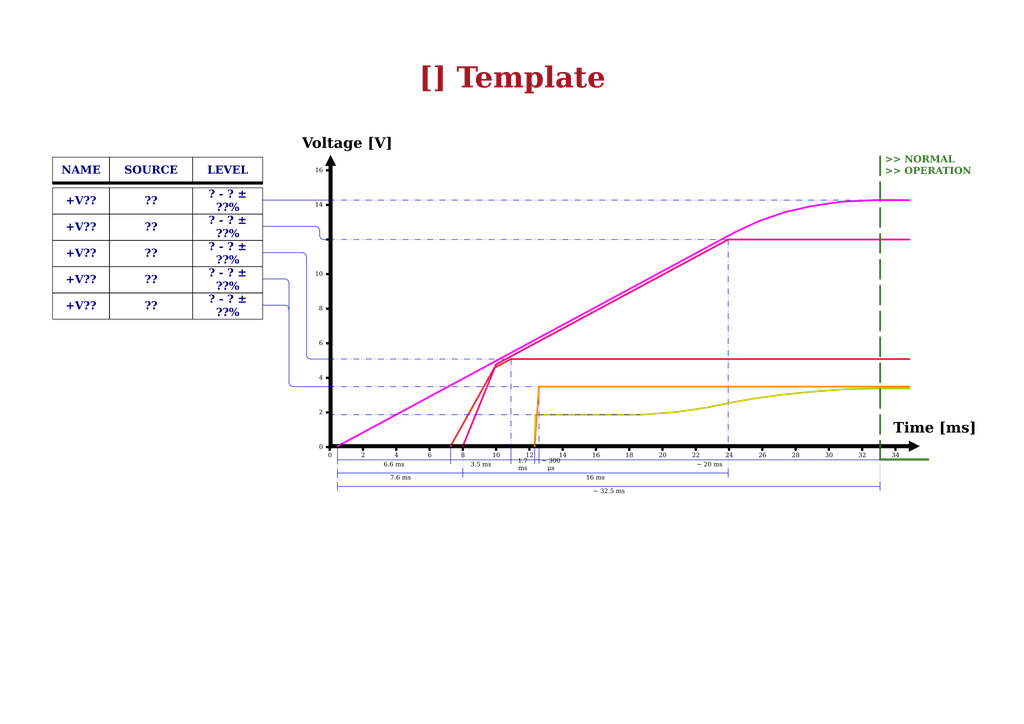
<source format=kicad_sch>
(kicad_sch
	(version 20250114)
	(generator "eeschema")
	(generator_version "9.0")
	(uuid "26e99a33-043b-499d-a26e-816ff79b487a")
	(paper "A4")
	(title_block
		(title "Template")
		(date "2025-12-19")
		(rev "1")
		(company "${COMPANY}")
	)
	(lib_symbols)
	(rectangle
		(start 94.615 119.38)
		(end 96.139 119.888)
		(stroke
			(width 0)
			(type default)
			(color 0 0 0 1)
		)
		(fill
			(type color)
			(color 0 0 0 1)
		)
		(uuid 01c9fd1d-d2cd-474e-a2f2-7336d2eb5438)
	)
	(rectangle
		(start 114.681 129.159)
		(end 115.189 130.683)
		(stroke
			(width 0)
			(type default)
			(color 0 0 0 1)
		)
		(fill
			(type color)
			(color 0 0 0 1)
		)
		(uuid 085660ca-3a67-46bf-85b0-bb74abf891e3)
	)
	(rectangle
		(start 191.897 129.159)
		(end 192.405 130.683)
		(stroke
			(width 0)
			(type default)
			(color 0 0 0 1)
		)
		(fill
			(type color)
			(color 0 0 0 1)
		)
		(uuid 09774e91-f9d0-4db9-9e0f-815490f4898d)
	)
	(arc
		(start 82.55 80.897)
		(mid 83.4487 81.2689)
		(end 83.82 82.167)
		(stroke
			(width 0)
			(type default)
		)
		(fill
			(type none)
		)
		(uuid 0c0f9f41-f41f-4d24-90e5-831fa1470dea)
	)
	(rectangle
		(start 249.809 129.159)
		(end 250.317 130.683)
		(stroke
			(width 0)
			(type default)
			(color 0 0 0 1)
		)
		(fill
			(type color)
			(color 0 0 0 1)
		)
		(uuid 1c1e908e-05f8-44d9-8561-32d60503f5fa)
	)
	(rectangle
		(start 220.853 129.159)
		(end 221.361 130.683)
		(stroke
			(width 0)
			(type default)
			(color 0 0 0 1)
		)
		(fill
			(type color)
			(color 0 0 0 1)
		)
		(uuid 205e879f-c514-4b78-8bf1-d45ed4980894)
	)
	(rectangle
		(start 94.615 79.248)
		(end 96.139 79.756)
		(stroke
			(width 0)
			(type default)
			(color 0 0 0 1)
		)
		(fill
			(type color)
			(color 0 0 0 1)
		)
		(uuid 23111c0a-8311-4e0b-b6b5-bb05b9cd3eab)
	)
	(rectangle
		(start 201.549 129.159)
		(end 202.057 130.683)
		(stroke
			(width 0)
			(type default)
			(color 0 0 0 1)
		)
		(fill
			(type color)
			(color 0 0 0 1)
		)
		(uuid 3b7d974c-37a0-442f-9733-47c591f05f53)
	)
	(arc
		(start 91.44 65.659)
		(mid 92.338 66.031)
		(end 92.71 66.929)
		(stroke
			(width 0)
			(type default)
		)
		(fill
			(type none)
		)
		(uuid 3c5d6acd-d97b-4c05-80b5-9742f3e3b5f0)
	)
	(rectangle
		(start 95.377 129.159)
		(end 95.885 130.683)
		(stroke
			(width 0)
			(type default)
			(color 0 0 0 1)
		)
		(fill
			(type color)
			(color 0 0 0 1)
		)
		(uuid 3dd077b4-ca8f-47c2-bee1-2e3802083be7)
	)
	(rectangle
		(start 133.985 129.159)
		(end 134.493 130.683)
		(stroke
			(width 0)
			(type default)
			(color 0 0 0 1)
		)
		(fill
			(type color)
			(color 0 0 0 1)
		)
		(uuid 3e62ef00-0c8e-41fa-b2f3-08de867fa54f)
	)
	(rectangle
		(start 94.615 69.215)
		(end 96.139 69.723)
		(stroke
			(width 0)
			(type default)
			(color 0 0 0 1)
		)
		(fill
			(type color)
			(color 0 0 0 1)
		)
		(uuid 421293c6-3cf3-494b-b1c5-7fc458134e79)
	)
	(rectangle
		(start 15.24 52.705)
		(end 76.2 53.467)
		(stroke
			(width 0)
			(type default)
			(color 0 0 0 1)
		)
		(fill
			(type color)
			(color 0 0 0 1)
		)
		(uuid 42271fe1-5842-414e-a310-4925dcee0008)
	)
	(rectangle
		(start 94.615 89.281)
		(end 96.139 89.789)
		(stroke
			(width 0)
			(type default)
			(color 0 0 0 1)
		)
		(fill
			(type color)
			(color 0 0 0 1)
		)
		(uuid 469c46ff-b6e8-4790-b52f-1ed9a2bdd1f8)
	)
	(rectangle
		(start 162.941 129.159)
		(end 163.449 130.683)
		(stroke
			(width 0)
			(type default)
			(color 0 0 0 1)
		)
		(fill
			(type color)
			(color 0 0 0 1)
		)
		(uuid 56c4474d-0301-4408-974f-0518f1baa953)
	)
	(rectangle
		(start 143.637 129.159)
		(end 144.145 130.683)
		(stroke
			(width 0)
			(type default)
			(color 0 0 0 1)
		)
		(fill
			(type color)
			(color 0 0 0 1)
		)
		(uuid 5eee5b1a-6c26-4234-8466-170b3f779aa3)
	)
	(rectangle
		(start 95.377 128.905)
		(end 263.779 129.921)
		(stroke
			(width 0)
			(type default)
			(color 0 0 0 1)
		)
		(fill
			(type color)
			(color 0 0 0 1)
		)
		(uuid 6d8a1105-6737-4a0b-9f5f-040b945eed17)
	)
	(arc
		(start 90.17 104.141)
		(mid 89.2716 103.7691)
		(end 88.9 102.871)
		(stroke
			(width 0)
			(type default)
		)
		(fill
			(type none)
		)
		(uuid 7b2230f0-ce99-43e9-84a4-a791101d7b85)
	)
	(rectangle
		(start 94.615 99.314)
		(end 96.139 99.822)
		(stroke
			(width 0)
			(type default)
			(color 0 0 0 1)
		)
		(fill
			(type color)
			(color 0 0 0 1)
		)
		(uuid 7f8be5cb-90a9-46c5-97db-3d1d78b2f341)
	)
	(rectangle
		(start 94.615 109.347)
		(end 96.139 109.855)
		(stroke
			(width 0)
			(type default)
			(color 0 0 0 1)
		)
		(fill
			(type color)
			(color 0 0 0 1)
		)
		(uuid 7fdcc2de-fa58-4066-9ff8-f7d6046e1167)
	)
	(rectangle
		(start 259.461 129.159)
		(end 259.969 130.683)
		(stroke
			(width 0)
			(type default)
			(color 0 0 0 1)
		)
		(fill
			(type color)
			(color 0 0 0 1)
		)
		(uuid 842b39c1-4ee6-4238-8b46-e785731d06f1)
	)
	(rectangle
		(start 105.029 129.159)
		(end 105.537 130.683)
		(stroke
			(width 0)
			(type default)
			(color 0 0 0 1)
		)
		(fill
			(type color)
			(color 0 0 0 1)
		)
		(uuid 960a89ab-5167-4e3c-95c8-b3e891644096)
	)
	(rectangle
		(start 240.157 129.159)
		(end 240.665 130.683)
		(stroke
			(width 0)
			(type default)
			(color 0 0 0 1)
		)
		(fill
			(type color)
			(color 0 0 0 1)
		)
		(uuid 96e56ef9-debd-4418-8330-7dca10cdbbe7)
	)
	(rectangle
		(start 95.377 47.371)
		(end 96.393 129.921)
		(stroke
			(width 0)
			(type default)
			(color 0 0 0 1)
		)
		(fill
			(type color)
			(color 0 0 0 1)
		)
		(uuid 996b6b38-3a4b-457c-8281-2dd4304c7e91)
	)
	(arc
		(start 82.55 88.516)
		(mid 83.4491 88.8878)
		(end 83.82 89.786)
		(stroke
			(width 0)
			(type default)
		)
		(fill
			(type none)
		)
		(uuid 9ad9af7d-f870-4f4d-b863-a3cb88d12708)
	)
	(rectangle
		(start 211.201 129.159)
		(end 211.709 130.683)
		(stroke
			(width 0)
			(type default)
			(color 0 0 0 1)
		)
		(fill
			(type color)
			(color 0 0 0 1)
		)
		(uuid 9bd636ad-96b2-4037-90f6-ad48772c0413)
	)
	(rectangle
		(start 230.505 129.159)
		(end 231.013 130.683)
		(stroke
			(width 0)
			(type default)
			(color 0 0 0 1)
		)
		(fill
			(type color)
			(color 0 0 0 1)
		)
		(uuid ab3483ad-9beb-416f-a41c-b3b1b7dc1850)
	)
	(rectangle
		(start 94.615 49.149)
		(end 96.139 49.657)
		(stroke
			(width 0)
			(type default)
			(color 0 0 0 1)
		)
		(fill
			(type color)
			(color 0 0 0 1)
		)
		(uuid b0c9fcec-fe45-4575-885f-193ce09a72d8)
	)
	(rectangle
		(start 172.593 129.159)
		(end 173.101 130.683)
		(stroke
			(width 0)
			(type default)
			(color 0 0 0 1)
		)
		(fill
			(type color)
			(color 0 0 0 1)
		)
		(uuid bacf2a60-ebce-4900-a491-53d1d841d529)
	)
	(rectangle
		(start 124.333 129.159)
		(end 124.841 130.683)
		(stroke
			(width 0)
			(type default)
			(color 0 0 0 1)
		)
		(fill
			(type color)
			(color 0 0 0 1)
		)
		(uuid c0e4d47a-808d-44d6-ac4a-0f050619e78d)
	)
	(arc
		(start 93.98 69.47)
		(mid 93.0816 69.0981)
		(end 92.71 68.2)
		(stroke
			(width 0)
			(type default)
		)
		(fill
			(type none)
		)
		(uuid c23b0f3d-e1fb-4eb1-9484-38fb02d60c76)
	)
	(rectangle
		(start 255.27 133.0198)
		(end 269.367 133.5278)
		(stroke
			(width 0)
			(type default)
			(color 53 123 38 1)
		)
		(fill
			(type color)
			(color 53 123 38 1)
		)
		(uuid cd333f61-3a84-425e-9405-6c9441d11e74)
	)
	(arc
		(start 87.63 73.278)
		(mid 88.5284 73.6499)
		(end 88.9 74.548)
		(stroke
			(width 0)
			(type default)
		)
		(fill
			(type none)
		)
		(uuid d7c738e5-3058-4b9a-a958-4d502446d8e3)
	)
	(rectangle
		(start 94.615 59.182)
		(end 96.139 59.69)
		(stroke
			(width 0)
			(type default)
			(color 0 0 0 1)
		)
		(fill
			(type color)
			(color 0 0 0 1)
		)
		(uuid d880b30a-ae22-4b99-94cc-3cc9c533e8e9)
	)
	(rectangle
		(start 182.245 129.159)
		(end 182.753 130.683)
		(stroke
			(width 0)
			(type default)
			(color 0 0 0 1)
		)
		(fill
			(type color)
			(color 0 0 0 1)
		)
		(uuid f32b3655-beae-4c32-8ac8-4acf2e080e86)
	)
	(rectangle
		(start 153.289 129.159)
		(end 153.797 130.683)
		(stroke
			(width 0)
			(type default)
			(color 0 0 0 1)
		)
		(fill
			(type color)
			(color 0 0 0 1)
		)
		(uuid f8dd6608-6fed-4399-a2fa-9a4460646543)
	)
	(arc
		(start 85.09 112.144)
		(mid 84.1909 111.7722)
		(end 83.82 110.874)
		(stroke
			(width 0)
			(type default)
		)
		(fill
			(type none)
		)
		(uuid fa9c855a-c6c8-4a57-823f-c3bb6c2a3ab3)
	)
	(rectangle
		(start 94.615 129.413)
		(end 96.139 129.921)
		(stroke
			(width 0)
			(type default)
			(color 0 0 0 1)
		)
		(fill
			(type color)
			(color 0 0 0 1)
		)
		(uuid fbce5f74-e6dc-4caf-95b1-d2e389cbff45)
	)
	(text "Voltage [V]"
		(exclude_from_sim no)
		(at 87.6046 44.4246 0)
		(effects
			(font
				(face "Times New Roman")
				(size 3 3)
				(thickness 0.4)
				(bold yes)
				(color 0 0 0 1)
			)
			(justify left bottom)
		)
		(uuid "175b8f18-81ff-4b8b-bacc-429ebcefd377")
	)
	(text ">> NORMAL \n>> OPERATION"
		(exclude_from_sim no)
		(at 256.667 51.562 0)
		(effects
			(font
				(face "Times New Roman")
				(size 2 2)
				(thickness 0.4)
				(bold yes)
				(color 53 123 38 1)
			)
			(justify left bottom)
		)
		(uuid "b29326be-65a3-4fc5-9d14-850aa59ca2a1")
	)
	(text "Time [ms]"
		(exclude_from_sim no)
		(at 259.08 127 0)
		(effects
			(font
				(face "Times New Roman")
				(size 3 3)
				(thickness 0.4)
				(bold yes)
				(color 0 0 0 1)
			)
			(justify left bottom)
		)
		(uuid "be8ac8d4-7137-494d-bff2-23ac58b6a9ef")
	)
	(text_box "3.5 ms"
		(exclude_from_sim no)
		(at 130.6576 133.4516 0)
		(size 17.653 2.54)
		(margins 0.9524 0.9524 0.9524 0.9524)
		(stroke
			(width -0.0001)
			(type default)
		)
		(fill
			(type none)
		)
		(effects
			(font
				(face "Times New Roman")
				(size 1.27 1.27)
				(color 0 0 0 1)
			)
		)
		(uuid "057279ac-9604-4990-8e26-7bec51ceaf06")
	)
	(text_box "18"
		(exclude_from_sim no)
		(at 180.8226 130.7846 0)
		(size 3.429 2.54)
		(margins 0.9524 0.9524 0.9524 0.9524)
		(stroke
			(width -0.0001)
			(type default)
		)
		(fill
			(type none)
		)
		(effects
			(font
				(face "Times New Roman")
				(size 1.27 1.27)
				(color 0 0 0 1)
			)
		)
		(uuid "08241509-e60b-45e1-b1ab-84f794ba668b")
	)
	(text_box "24"
		(exclude_from_sim no)
		(at 209.7786 130.7846 0)
		(size 3.429 2.54)
		(margins 0.9524 0.9524 0.9524 0.9524)
		(stroke
			(width -0.0001)
			(type default)
		)
		(fill
			(type none)
		)
		(effects
			(font
				(face "Times New Roman")
				(size 1.27 1.27)
				(color 0 0 0 1)
			)
		)
		(uuid "09ad8a29-0526-43a2-bbd5-b6f200d8097b")
	)
	(text_box "8"
		(exclude_from_sim no)
		(at 132.5626 130.7846 0)
		(size 3.429 2.54)
		(margins 0.9524 0.9524 0.9524 0.9524)
		(stroke
			(width -0.0001)
			(type default)
		)
		(fill
			(type none)
		)
		(effects
			(font
				(face "Times New Roman")
				(size 1.27 1.27)
				(color 0 0 0 1)
			)
		)
		(uuid "0de4d20a-cc42-420d-81c0-b6c33e089acb")
	)
	(text_box "7.6 ms"
		(exclude_from_sim no)
		(at 98.0186 137.2616 0)
		(size 36.322 2.54)
		(margins 0.9524 0.9524 0.9524 0.9524)
		(stroke
			(width -0.0001)
			(type default)
		)
		(fill
			(type none)
		)
		(effects
			(font
				(face "Times New Roman")
				(size 1.27 1.27)
				(color 0 0 0 1)
			)
		)
		(uuid "1013f434-6a63-4228-8d39-5e75ca888b6f")
	)
	(text_box "? - ? ± ??%"
		(exclude_from_sim no)
		(at 55.88 84.963 0)
		(size 20.32 7.62)
		(margins 1.7145 1.7145 1.7145 1.7145)
		(stroke
			(width 0)
			(type default)
			(color 0 0 0 1)
		)
		(fill
			(type none)
		)
		(effects
			(font
				(face "Times New Roman")
				(size 2.286 2.286)
				(bold yes)
				(color 0 0 127 1)
			)
		)
		(uuid "168bea25-5ecd-4637-ad4e-9c2d6a44d991")
	)
	(text_box "16"
		(exclude_from_sim no)
		(at 87.757 48.133 0)
		(size 6.858 2.54)
		(margins 0.9524 0.9524 0.9524 0.9524)
		(stroke
			(width -0.0001)
			(type default)
		)
		(fill
			(type none)
		)
		(effects
			(font
				(face "Times New Roman")
				(size 1.27 1.27)
				(color 0 0 0 1)
			)
			(justify right)
		)
		(uuid "1acc95ba-1aa1-4082-b81d-95c58a7a5af8")
	)
	(text_box "28"
		(exclude_from_sim no)
		(at 229.0826 130.7846 0)
		(size 3.429 2.54)
		(margins 0.9524 0.9524 0.9524 0.9524)
		(stroke
			(width -0.0001)
			(type default)
		)
		(fill
			(type none)
		)
		(effects
			(font
				(face "Times New Roman")
				(size 1.27 1.27)
				(color 0 0 0 1)
			)
		)
		(uuid "1b5838a0-a4ae-4fb3-ae92-0f87f906c2fd")
	)
	(text_box "~ 300 μs"
		(exclude_from_sim no)
		(at 154.9146 133.4516 0)
		(size 9.779 2.54)
		(margins 0.9524 0.9524 0.9524 0.9524)
		(stroke
			(width -0.0001)
			(type default)
		)
		(fill
			(type none)
		)
		(effects
			(font
				(face "Times New Roman")
				(size 1.27 1.27)
				(color 0 0 0 1)
			)
		)
		(uuid "20bbe4a3-b3be-4f55-b2bf-0186c6f41602")
	)
	(text_box "10"
		(exclude_from_sim no)
		(at 142.2146 130.7846 0)
		(size 3.429 2.54)
		(margins 0.9524 0.9524 0.9524 0.9524)
		(stroke
			(width -0.0001)
			(type default)
		)
		(fill
			(type none)
		)
		(effects
			(font
				(face "Times New Roman")
				(size 1.27 1.27)
				(color 0 0 0 1)
			)
		)
		(uuid "233b215e-473b-40c1-8a9f-d71a58a647c1")
	)
	(text_box "1.7 ms"
		(exclude_from_sim no)
		(at 148.1836 133.4516 0)
		(size 6.858 2.54)
		(margins 0.9524 0.9524 0.9524 0.9524)
		(stroke
			(width -0.0001)
			(type default)
		)
		(fill
			(type none)
		)
		(effects
			(font
				(face "Times New Roman")
				(size 1.27 1.27)
				(color 0 0 0 1)
			)
		)
		(uuid "26c95559-cfb5-4481-9360-985eb89e9388")
	)
	(text_box "16 ms"
		(exclude_from_sim no)
		(at 134.2136 137.2616 0)
		(size 76.962 2.54)
		(margins 0.9524 0.9524 0.9524 0.9524)
		(stroke
			(width -0.0001)
			(type default)
		)
		(fill
			(type none)
		)
		(effects
			(font
				(face "Times New Roman")
				(size 1.27 1.27)
				(color 0 0 0 1)
			)
		)
		(uuid "288b5377-4e86-405e-bd20-a9e364c04dba")
	)
	(text_box "+V??"
		(exclude_from_sim no)
		(at 15.24 62.103 0)
		(size 16.51 7.62)
		(margins 1.7145 1.7145 1.7145 1.7145)
		(stroke
			(width 0)
			(type default)
			(color 0 0 0 1)
		)
		(fill
			(type none)
		)
		(effects
			(font
				(face "Times New Roman")
				(size 2.286 2.286)
				(bold yes)
				(color 0 0 127 1)
			)
		)
		(uuid "2d5ddbed-d046-46bd-afde-e8972921e7be")
	)
	(text_box "20"
		(exclude_from_sim no)
		(at 190.4746 130.7846 0)
		(size 3.429 2.54)
		(margins 0.9524 0.9524 0.9524 0.9524)
		(stroke
			(width -0.0001)
			(type default)
		)
		(fill
			(type none)
		)
		(effects
			(font
				(face "Times New Roman")
				(size 1.27 1.27)
				(color 0 0 0 1)
			)
		)
		(uuid "2e2baf2b-607e-438c-8d19-d89e05695d71")
	)
	(text_box "4"
		(exclude_from_sim no)
		(at 87.7316 108.3056 0)
		(size 6.858 2.54)
		(margins 0.9524 0.9524 0.9524 0.9524)
		(stroke
			(width -0.0001)
			(type default)
		)
		(fill
			(type none)
		)
		(effects
			(font
				(face "Times New Roman")
				(size 1.27 1.27)
				(color 0 0 0 1)
			)
			(justify right)
		)
		(uuid "3010b19b-c99d-4b77-bf14-7f71b9f36a3e")
	)
	(text_box "??"
		(exclude_from_sim no)
		(at 31.75 84.963 0)
		(size 24.13 7.62)
		(margins 1.7145 1.7145 1.7145 1.7145)
		(stroke
			(width 0)
			(type default)
			(color 0 0 0 1)
		)
		(fill
			(type none)
		)
		(effects
			(font
				(face "Times New Roman")
				(size 2.286 2.286)
				(bold yes)
				(color 0 0 127 1)
			)
		)
		(uuid "34a00741-5aa3-425e-8d2f-36fe2780fcc3")
	)
	(text_box "??"
		(exclude_from_sim no)
		(at 31.75 62.103 0)
		(size 24.13 7.62)
		(margins 1.7145 1.7145 1.7145 1.7145)
		(stroke
			(width 0)
			(type default)
			(color 0 0 0 1)
		)
		(fill
			(type none)
		)
		(effects
			(font
				(face "Times New Roman")
				(size 2.286 2.286)
				(bold yes)
				(color 0 0 127 1)
			)
		)
		(uuid "362b01b6-9828-4b98-a400-4a3f9ece633a")
	)
	(text_box "32"
		(exclude_from_sim no)
		(at 248.3866 130.7846 0)
		(size 3.429 2.54)
		(margins 0.9524 0.9524 0.9524 0.9524)
		(stroke
			(width -0.0001)
			(type default)
		)
		(fill
			(type none)
		)
		(effects
			(font
				(face "Times New Roman")
				(size 1.27 1.27)
				(color 0 0 0 1)
			)
		)
		(uuid "3ab2035b-94f9-4133-b63d-2dbd7b4e6e49")
	)
	(text_box "LEVEL"
		(exclude_from_sim no)
		(at 55.88 45.593 0)
		(size 20.32 7.62)
		(margins 1.7145 1.7145 1.7145 1.7145)
		(stroke
			(width 0)
			(type default)
			(color 0 0 0 1)
		)
		(fill
			(type none)
		)
		(effects
			(font
				(face "Times New Roman")
				(size 2.286 2.286)
				(bold yes)
				(color 0 0 127 1)
			)
		)
		(uuid "3cd39124-5460-432f-a6e2-6e3d0cfdc884")
	)
	(text_box "NAME"
		(exclude_from_sim no)
		(at 15.24 45.593 0)
		(size 16.51 7.62)
		(margins 1.7145 1.7145 1.7145 1.7145)
		(stroke
			(width 0)
			(type default)
			(color 0 0 0 1)
		)
		(fill
			(type none)
		)
		(effects
			(font
				(face "Times New Roman")
				(size 2.286 2.286)
				(bold yes)
				(color 0 0 127 1)
			)
		)
		(uuid "45440644-b7a1-4eca-8e5e-a9c7c9e4e343")
	)
	(text_box "6"
		(exclude_from_sim no)
		(at 122.9106 130.7846 0)
		(size 3.429 2.54)
		(margins 0.9524 0.9524 0.9524 0.9524)
		(stroke
			(width -0.0001)
			(type default)
		)
		(fill
			(type none)
		)
		(effects
			(font
				(face "Times New Roman")
				(size 1.27 1.27)
				(color 0 0 0 1)
			)
		)
		(uuid "52a74200-5717-4af9-b5e4-1d404429f3c6")
	)
	(text_box "+V??"
		(exclude_from_sim no)
		(at 15.24 77.343 0)
		(size 16.51 7.62)
		(margins 1.7145 1.7145 1.7145 1.7145)
		(stroke
			(width 0)
			(type default)
			(color 0 0 0 1)
		)
		(fill
			(type none)
		)
		(effects
			(font
				(face "Times New Roman")
				(size 2.286 2.286)
				(bold yes)
				(color 0 0 127 1)
			)
		)
		(uuid "534d6816-56cd-46a1-b732-3f07b130a1e6")
	)
	(text_box "~ 20 ms"
		(exclude_from_sim no)
		(at 156.3116 133.4516 0)
		(size 98.933 2.54)
		(margins 0.9524 0.9524 0.9524 0.9524)
		(stroke
			(width -0.0001)
			(type default)
		)
		(fill
			(type none)
		)
		(effects
			(font
				(face "Times New Roman")
				(size 1.27 1.27)
				(color 0 0 0 1)
			)
		)
		(uuid "53d1cf93-77bb-4e07-8e05-b99e1e701b70")
	)
	(text_box "SOURCE"
		(exclude_from_sim no)
		(at 31.75 45.593 0)
		(size 24.13 7.62)
		(margins 1.7145 1.7145 1.7145 1.7145)
		(stroke
			(width 0)
			(type default)
			(color 0 0 0 1)
		)
		(fill
			(type none)
		)
		(effects
			(font
				(face "Times New Roman")
				(size 2.286 2.286)
				(bold yes)
				(color 0 0 127 1)
			)
		)
		(uuid "5615c045-76fe-436f-b1ee-f5af0d2c63c0")
	)
	(text_box "4"
		(exclude_from_sim no)
		(at 113.2586 130.7846 0)
		(size 3.429 2.54)
		(margins 0.9524 0.9524 0.9524 0.9524)
		(stroke
			(width -0.0001)
			(type default)
		)
		(fill
			(type none)
		)
		(effects
			(font
				(face "Times New Roman")
				(size 1.27 1.27)
				(color 0 0 0 1)
			)
		)
		(uuid "5caf4e82-2927-400a-acd0-821d25796651")
	)
	(text_box "8"
		(exclude_from_sim no)
		(at 87.7316 88.2396 0)
		(size 6.858 2.54)
		(margins 0.9524 0.9524 0.9524 0.9524)
		(stroke
			(width -0.0001)
			(type default)
		)
		(fill
			(type none)
		)
		(effects
			(font
				(face "Times New Roman")
				(size 1.27 1.27)
				(color 0 0 0 1)
			)
			(justify right)
		)
		(uuid "6505df1b-9fde-4bbe-a672-be1b9857afa1")
	)
	(text_box "26"
		(exclude_from_sim no)
		(at 219.4306 130.7846 0)
		(size 3.429 2.54)
		(margins 0.9524 0.9524 0.9524 0.9524)
		(stroke
			(width -0.0001)
			(type default)
		)
		(fill
			(type none)
		)
		(effects
			(font
				(face "Times New Roman")
				(size 1.27 1.27)
				(color 0 0 0 1)
			)
		)
		(uuid "66adcae9-49e5-4fb7-a5be-2d5aa2aa227e")
	)
	(text_box "2"
		(exclude_from_sim no)
		(at 103.6066 130.7846 0)
		(size 3.429 2.54)
		(margins 0.9524 0.9524 0.9524 0.9524)
		(stroke
			(width -0.0001)
			(type default)
		)
		(fill
			(type none)
		)
		(effects
			(font
				(face "Times New Roman")
				(size 1.27 1.27)
				(color 0 0 0 1)
			)
		)
		(uuid "67b43e82-5cc6-4c5f-857a-bae126f94920")
	)
	(text_box "▲"
		(exclude_from_sim no)
		(at 94.615 45.085 0)
		(size 2.54 2.54)
		(margins 2.2499 2.2499 2.2499 2.2499)
		(stroke
			(width -0.0001)
			(type default)
		)
		(fill
			(type none)
		)
		(effects
			(font
				(face "Times New Roman")
				(size 3 3)
				(color 0 0 0 1)
			)
		)
		(uuid "69d7b4c2-c118-4b95-bd3b-473104ff316a")
	)
	(text_box "+V??"
		(exclude_from_sim no)
		(at 15.24 69.723 0)
		(size 16.51 7.62)
		(margins 1.7145 1.7145 1.7145 1.7145)
		(stroke
			(width 0)
			(type default)
			(color 0 0 0 1)
		)
		(fill
			(type none)
		)
		(effects
			(font
				(face "Times New Roman")
				(size 2.286 2.286)
				(bold yes)
				(color 0 0 127 1)
			)
		)
		(uuid "7c5e60ac-aa6c-44e8-8493-c0a9e5ff3009")
	)
	(text_box "14"
		(exclude_from_sim no)
		(at 161.5186 130.7846 0)
		(size 3.429 2.54)
		(margins 0.9524 0.9524 0.9524 0.9524)
		(stroke
			(width -0.0001)
			(type default)
		)
		(fill
			(type none)
		)
		(effects
			(font
				(face "Times New Roman")
				(size 1.27 1.27)
				(color 0 0 0 1)
			)
		)
		(uuid "7df7bfab-9129-461d-bdb7-48b4c71332fd")
	)
	(text_box "14"
		(exclude_from_sim no)
		(at 87.7316 58.1406 0)
		(size 6.858 2.54)
		(margins 0.9524 0.9524 0.9524 0.9524)
		(stroke
			(width -0.0001)
			(type default)
		)
		(fill
			(type none)
		)
		(effects
			(font
				(face "Times New Roman")
				(size 1.27 1.27)
				(color 0 0 0 1)
			)
			(justify right)
		)
		(uuid "7e86fc43-dc59-4681-818f-cb7ab0a72f3e")
	)
	(text_box "22"
		(exclude_from_sim no)
		(at 200.1266 130.7846 0)
		(size 3.429 2.54)
		(margins 0.9524 0.9524 0.9524 0.9524)
		(stroke
			(width -0.0001)
			(type default)
		)
		(fill
			(type none)
		)
		(effects
			(font
				(face "Times New Roman")
				(size 1.27 1.27)
				(color 0 0 0 1)
			)
		)
		(uuid "7f3e65a9-aab7-4e42-9498-fca7b427e5fc")
	)
	(text_box "[${#}] ${TITLE}"
		(exclude_from_sim no)
		(at 80.01 16.51 0)
		(size 137.16 12.7)
		(margins 4.4999 4.4999 4.4999 4.4999)
		(stroke
			(width -0.0001)
			(type default)
		)
		(fill
			(type none)
		)
		(effects
			(font
				(face "Times New Roman")
				(size 6 6)
				(thickness 1.2)
				(bold yes)
				(color 162 22 34 1)
			)
		)
		(uuid "80f76b8d-52cb-49fe-9647-9cd8137cf5f3")
	)
	(text_box "??"
		(exclude_from_sim no)
		(at 31.75 77.343 0)
		(size 24.13 7.62)
		(margins 1.7145 1.7145 1.7145 1.7145)
		(stroke
			(width 0)
			(type default)
			(color 0 0 0 1)
		)
		(fill
			(type none)
		)
		(effects
			(font
				(face "Times New Roman")
				(size 2.286 2.286)
				(bold yes)
				(color 0 0 127 1)
			)
		)
		(uuid "8966b19a-d616-412b-9b47-a52574bb7ce5")
	)
	(text_box "2"
		(exclude_from_sim no)
		(at 87.7316 118.3386 0)
		(size 6.858 2.54)
		(margins 0.9524 0.9524 0.9524 0.9524)
		(stroke
			(width -0.0001)
			(type default)
		)
		(fill
			(type none)
		)
		(effects
			(font
				(face "Times New Roman")
				(size 1.27 1.27)
				(color 0 0 0 1)
			)
			(justify right)
		)
		(uuid "8a474ee7-94fa-4ccc-b38a-f2fbfc4e735c")
	)
	(text_box "34"
		(exclude_from_sim no)
		(at 258.0386 130.7846 0)
		(size 3.429 2.54)
		(margins 0.9524 0.9524 0.9524 0.9524)
		(stroke
			(width -0.0001)
			(type default)
		)
		(fill
			(type none)
		)
		(effects
			(font
				(face "Times New Roman")
				(size 1.27 1.27)
				(color 0 0 0 1)
			)
		)
		(uuid "8dcf82bc-98be-4b97-af1b-f866a586ff9f")
	)
	(text_box "12"
		(exclude_from_sim no)
		(at 151.8666 130.7846 0)
		(size 3.429 2.54)
		(margins 0.9524 0.9524 0.9524 0.9524)
		(stroke
			(width -0.0001)
			(type default)
		)
		(fill
			(type none)
		)
		(effects
			(font
				(face "Times New Roman")
				(size 1.27 1.27)
				(color 0 0 0 1)
			)
		)
		(uuid "9334e207-a5ef-405d-9255-7532e4d805ec")
	)
	(text_box "??"
		(exclude_from_sim no)
		(at 31.75 69.723 0)
		(size 24.13 7.62)
		(margins 1.7145 1.7145 1.7145 1.7145)
		(stroke
			(width 0)
			(type default)
			(color 0 0 0 1)
		)
		(fill
			(type none)
		)
		(effects
			(font
				(face "Times New Roman")
				(size 2.286 2.286)
				(bold yes)
				(color 0 0 127 1)
			)
		)
		(uuid "96162dac-db58-49af-bc56-c797681d3382")
	)
	(text_box "0"
		(exclude_from_sim no)
		(at 93.98 130.81 0)
		(size 3.429 2.54)
		(margins 0.9524 0.9524 0.9524 0.9524)
		(stroke
			(width -0.0001)
			(type default)
		)
		(fill
			(type none)
		)
		(effects
			(font
				(face "Times New Roman")
				(size 1.27 1.27)
				(color 0 0 0 1)
			)
		)
		(uuid "9dba9cf1-c429-45db-bb2a-868858aa5986")
	)
	(text_box "??"
		(exclude_from_sim no)
		(at 31.75 54.483 0)
		(size 24.13 7.62)
		(margins 1.7145 1.7145 1.7145 1.7145)
		(stroke
			(width 0)
			(type default)
			(color 0 0 0 1)
		)
		(fill
			(type none)
		)
		(effects
			(font
				(face "Times New Roman")
				(size 2.286 2.286)
				(bold yes)
				(color 0 0 127 1)
			)
		)
		(uuid "a5a86ae4-3ea7-4429-8374-6853dbf3865c")
	)
	(text_box "? - ? ± ??%"
		(exclude_from_sim no)
		(at 55.88 69.723 0)
		(size 20.32 7.62)
		(margins 1.7145 1.7145 1.7145 1.7145)
		(stroke
			(width 0)
			(type default)
			(color 0 0 0 1)
		)
		(fill
			(type none)
		)
		(effects
			(font
				(face "Times New Roman")
				(size 2.286 2.286)
				(bold yes)
				(color 0 0 127 1)
			)
		)
		(uuid "aaf3a0b7-a131-4476-bccc-dd7373144909")
	)
	(text_box "? - ? ± ??%"
		(exclude_from_sim no)
		(at 55.88 77.343 0)
		(size 20.32 7.62)
		(margins 1.7145 1.7145 1.7145 1.7145)
		(stroke
			(width 0)
			(type default)
			(color 0 0 0 1)
		)
		(fill
			(type none)
		)
		(effects
			(font
				(face "Times New Roman")
				(size 2.286 2.286)
				(bold yes)
				(color 0 0 127 1)
			)
		)
		(uuid "ad3a5f07-5d67-4bdd-85a5-3e529605405c")
	)
	(text_box "+V??"
		(exclude_from_sim no)
		(at 15.24 84.963 0)
		(size 16.51 7.62)
		(margins 1.7145 1.7145 1.7145 1.7145)
		(stroke
			(width 0)
			(type default)
			(color 0 0 0 1)
		)
		(fill
			(type none)
		)
		(effects
			(font
				(face "Times New Roman")
				(size 2.286 2.286)
				(bold yes)
				(color 0 0 127 1)
			)
		)
		(uuid "b149cc82-24c2-4523-8290-e7d9f9f6c81a")
	)
	(text_box "+V??"
		(exclude_from_sim no)
		(at 15.24 54.483 0)
		(size 16.51 7.62)
		(margins 1.7145 1.7145 1.7145 1.7145)
		(stroke
			(width 0)
			(type default)
			(color 0 0 0 1)
		)
		(fill
			(type none)
		)
		(effects
			(font
				(face "Times New Roman")
				(size 2.286 2.286)
				(bold yes)
				(color 0 0 127 1)
			)
		)
		(uuid "b711fedc-ef03-4d2a-8b96-b7d593e5186d")
	)
	(text_box "6"
		(exclude_from_sim no)
		(at 87.7316 98.2726 0)
		(size 6.858 2.54)
		(margins 0.9524 0.9524 0.9524 0.9524)
		(stroke
			(width -0.0001)
			(type default)
		)
		(fill
			(type none)
		)
		(effects
			(font
				(face "Times New Roman")
				(size 1.27 1.27)
				(color 0 0 0 1)
			)
			(justify right)
		)
		(uuid "bce17a48-7e59-488b-9a33-1522b6d97175")
	)
	(text_box "6.6 ms"
		(exclude_from_sim no)
		(at 97.8916 133.4516 0)
		(size 32.766 2.54)
		(margins 0.9524 0.9524 0.9524 0.9524)
		(stroke
			(width -0.0001)
			(type default)
		)
		(fill
			(type none)
		)
		(effects
			(font
				(face "Times New Roman")
				(size 1.27 1.27)
				(color 0 0 0 1)
			)
		)
		(uuid "c588afea-31c7-4b80-a042-17fbbb6af658")
	)
	(text_box "0"
		(exclude_from_sim no)
		(at 87.757 128.397 0)
		(size 6.858 2.54)
		(margins 0.9524 0.9524 0.9524 0.9524)
		(stroke
			(width -0.0001)
			(type default)
		)
		(fill
			(type none)
		)
		(effects
			(font
				(face "Times New Roman")
				(size 1.27 1.27)
				(color 0 0 0 1)
			)
			(justify right)
		)
		(uuid "c5d537af-47e9-4471-8118-803a7ac0d798")
	)
	(text_box "16"
		(exclude_from_sim no)
		(at 171.1706 130.7846 0)
		(size 3.429 2.54)
		(margins 0.9524 0.9524 0.9524 0.9524)
		(stroke
			(width -0.0001)
			(type default)
		)
		(fill
			(type none)
		)
		(effects
			(font
				(face "Times New Roman")
				(size 1.27 1.27)
				(color 0 0 0 1)
			)
		)
		(uuid "d806bfa1-61ae-489a-a3e3-75683404cfdf")
	)
	(text_box "10"
		(exclude_from_sim no)
		(at 87.7316 78.2066 0)
		(size 6.858 2.54)
		(margins 0.9524 0.9524 0.9524 0.9524)
		(stroke
			(width -0.0001)
			(type default)
		)
		(fill
			(type none)
		)
		(effects
			(font
				(face "Times New Roman")
				(size 1.27 1.27)
				(color 0 0 0 1)
			)
			(justify right)
		)
		(uuid "d9f2b1e6-6de7-412a-a713-034e966e807b")
	)
	(text_box "~ 32.5 ms"
		(exclude_from_sim no)
		(at 97.8916 141.1986 0)
		(size 157.48 2.54)
		(margins 0.9524 0.9524 0.9524 0.9524)
		(stroke
			(width -0.0001)
			(type default)
		)
		(fill
			(type none)
		)
		(effects
			(font
				(face "Times New Roman")
				(size 1.27 1.27)
				(color 0 0 0 1)
			)
		)
		(uuid "de143e59-1a42-4ff5-b077-1a340a241706")
	)
	(text_box "? - ? ± ??%"
		(exclude_from_sim no)
		(at 55.88 62.103 0)
		(size 20.32 7.62)
		(margins 1.7145 1.7145 1.7145 1.7145)
		(stroke
			(width 0)
			(type default)
			(color 0 0 0 1)
		)
		(fill
			(type none)
		)
		(effects
			(font
				(face "Times New Roman")
				(size 2.286 2.286)
				(bold yes)
				(color 0 0 127 1)
			)
		)
		(uuid "ec9210d4-6e0f-4762-a0b5-d02955ee194f")
	)
	(text_box "▼"
		(exclude_from_sim no)
		(at 263.779 128.143 90)
		(size 2.54 2.54)
		(margins 2.2499 2.2499 2.2499 2.2499)
		(stroke
			(width -0.0001)
			(type default)
		)
		(fill
			(type none)
		)
		(effects
			(font
				(face "Times New Roman")
				(size 3 3)
				(color 0 0 0 1)
			)
		)
		(uuid "f0832906-c8ce-4838-9631-bdf5b87a8ba3")
	)
	(text_box "30"
		(exclude_from_sim no)
		(at 238.7346 130.7846 0)
		(size 3.429 2.54)
		(margins 0.9524 0.9524 0.9524 0.9524)
		(stroke
			(width -0.0001)
			(type default)
		)
		(fill
			(type none)
		)
		(effects
			(font
				(face "Times New Roman")
				(size 1.27 1.27)
				(color 0 0 0 1)
			)
		)
		(uuid "f741b4d6-7a0b-439e-b8a6-601ff596837c")
	)
	(text_box "? - ? ± ??%"
		(exclude_from_sim no)
		(at 55.88 54.483 0)
		(size 20.32 7.62)
		(margins 1.7145 1.7145 1.7145 1.7145)
		(stroke
			(width 0)
			(type default)
			(color 0 0 0 1)
		)
		(fill
			(type none)
		)
		(effects
			(font
				(face "Times New Roman")
				(size 2.286 2.286)
				(bold yes)
				(color 0 0 127 1)
			)
		)
		(uuid "fd7c37db-37b1-4de2-af4f-510edac4065f")
	)
	(polyline
		(pts
			(xy 155.067 129.413) (xy 156.337 112.141)
		)
		(stroke
			(width 0.5)
			(type default)
			(color 252 134 0 1)
		)
		(uuid "04060073-e3f7-4746-a0ff-3e5a4d411deb")
	)
	(polyline
		(pts
			(xy 134.239 130.048) (xy 134.239 135.9154)
		)
		(stroke
			(width 0)
			(type dot)
		)
		(uuid "046cc92e-5593-4a98-a7fa-f4bb7914ed0d")
	)
	(polyline
		(pts
			(xy 97.9424 133.3754) (xy 130.683 133.3754)
		)
		(stroke
			(width 0)
			(type default)
		)
		(uuid "04dcb800-6295-4fe9-a90b-0487be7268f9")
	)
	(polyline
		(pts
			(xy 97.8916 134.5946) (xy 97.8916 135.8646)
		)
		(stroke
			(width 0)
			(type dot)
		)
		(uuid "064a21e4-52a8-4681-8aa8-5954e753f93b")
	)
	(polyline
		(pts
			(xy 156.337 112.141) (xy 263.779 112.141)
		)
		(stroke
			(width 0.5)
			(type default)
			(color 252 134 0 1)
		)
		(uuid "0cbd4671-7c23-4c0d-a5d5-a92bdb9a4d49")
	)
	(polyline
		(pts
			(xy 95.377 120.269) (xy 185.674 120.269)
		)
		(stroke
			(width 0)
			(type dash_dot_dot)
		)
		(uuid "15d7f7a6-f4cb-4960-8d35-e1c8fc617471")
	)
	(polyline
		(pts
			(xy 148.209 129.413) (xy 148.209 134.493)
		)
		(stroke
			(width 0)
			(type default)
		)
		(uuid "16b1635d-d94b-404c-9ba2-39136e8869cb")
	)
	(polyline
		(pts
			(xy 92.71 66.929) (xy 92.71 68.199)
		)
		(stroke
			(width 0)
			(type default)
		)
		(uuid "18958601-6dec-4ba5-a1a5-a7514534cbda")
	)
	(polyline
		(pts
			(xy 148.209 104.14) (xy 263.779 104.14)
		)
		(stroke
			(width 0.5)
			(type default)
			(color 218 36 44 1)
		)
		(uuid "1bc3e0b2-f1bd-4c65-9de9-401f09dad51c")
	)
	(polyline
		(pts
			(xy 220.091 64.135) (xy 227.457 61.595)
		)
		(stroke
			(width 0.5)
			(type default)
			(color 255 0 255 1)
		)
		(uuid "1cd97e7c-801d-419a-a510-43b5a762b207")
	)
	(polyline
		(pts
			(xy 82.55 88.519) (xy 76.2 88.519)
		)
		(stroke
			(width 0)
			(type default)
		)
		(uuid "1ed88917-e6ee-4df6-9216-8c2e0da78129")
	)
	(polyline
		(pts
			(xy 95.377 112.141) (xy 249.809 112.141)
		)
		(stroke
			(width 0)
			(type dash_dot_dot)
		)
		(uuid "1ff6572d-143c-4238-8f25-067e720bbbbf")
	)
	(polyline
		(pts
			(xy 93.98 69.469) (xy 95.377 69.469)
		)
		(stroke
			(width 0)
			(type default)
		)
		(uuid "29e09398-a3a9-4f57-bfdd-38d07564c58a")
	)
	(polyline
		(pts
			(xy 95.885 112.141) (xy 85.09 112.141)
		)
		(stroke
			(width 0)
			(type default)
		)
		(uuid "32a96fb3-77e5-46f5-a25a-4e98102aa427")
	)
	(polyline
		(pts
			(xy 255.143 112.649) (xy 263.779 112.649)
		)
		(stroke
			(width 0.5)
			(type default)
			(color 197 195 20 1)
		)
		(uuid "3a3d00c3-56ec-4d8a-a7d9-0397fa3a3e45")
	)
	(polyline
		(pts
			(xy 143.891 105.664) (xy 211.201 69.469)
		)
		(stroke
			(width 0.5)
			(type solid)
			(color 255 0 133 1)
		)
		(uuid "3d857eb2-5f91-48c0-9112-8afff14dfc65")
	)
	(polyline
		(pts
			(xy 204.851 118.237) (xy 212.217 116.713)
		)
		(stroke
			(width 0.5)
			(type default)
			(color 197 195 20 1)
		)
		(uuid "402e934a-8d83-49e6-8a3f-99b8ca899696")
	)
	(polyline
		(pts
			(xy 196.215 119.507) (xy 204.851 118.237)
		)
		(stroke
			(width 0.5)
			(type default)
			(color 197 195 20 1)
		)
		(uuid "4280c61a-45c8-4a7b-8270-a5d60633d130")
	)
	(polyline
		(pts
			(xy 95.377 58.039) (xy 76.2 58.039)
		)
		(stroke
			(width 0)
			(type default)
		)
		(uuid "4388f8f9-e0d2-46b2-97ec-882929091d71")
	)
	(polyline
		(pts
			(xy 211.201 69.469) (xy 263.779 69.469)
		)
		(stroke
			(width 0.5)
			(type solid)
			(color 255 0 133 1)
		)
		(uuid "44eaf96d-5e45-4a70-a3bf-1dd8afa456ac")
	)
	(polyline
		(pts
			(xy 134.239 129.413) (xy 143.891 105.664)
		)
		(stroke
			(width 0.5)
			(type solid)
			(color 255 0 133 1)
		)
		(uuid "4eef8a3c-2175-45b3-ab23-de0f873ffbfe")
	)
	(polyline
		(pts
			(xy 97.917 137.1854) (xy 134.239 137.1854)
		)
		(stroke
			(width 0)
			(type default)
		)
		(uuid "4f57c6b4-b978-45ec-9844-c8ad9e61aa5d")
	)
	(polyline
		(pts
			(xy 97.8916 135.9916) (xy 97.8916 138.5316)
		)
		(stroke
			(width 0)
			(type default)
		)
		(uuid "55a4f36a-a576-4c2f-b3c7-44cf763ad263")
	)
	(polyline
		(pts
			(xy 130.683 129.413) (xy 130.683 134.493)
		)
		(stroke
			(width 0)
			(type default)
		)
		(uuid "59f6b2a0-7e51-4de0-b4fd-7157bff9feb1")
	)
	(polyline
		(pts
			(xy 156.337 112.141) (xy 156.337 129.54)
		)
		(stroke
			(width 0)
			(type dash_dot_dot)
		)
		(uuid "64127ee9-5aac-46d5-8312-47d575f0bc14")
	)
	(polyline
		(pts
			(xy 134.239 137.1854) (xy 211.201 137.1854)
		)
		(stroke
			(width 0)
			(type default)
		)
		(uuid "64e18181-ba56-425e-a951-a39d036b182e")
	)
	(polyline
		(pts
			(xy 88.9 74.549) (xy 88.9 102.87)
		)
		(stroke
			(width 0)
			(type default)
		)
		(uuid "6950ddd5-2163-4e4d-a69b-1648827f1d4e")
	)
	(polyline
		(pts
			(xy 227.203 114.427) (xy 235.077 113.665)
		)
		(stroke
			(width 0.5)
			(type default)
			(color 197 195 20 1)
		)
		(uuid "6f701289-21a0-4afa-8a26-75437883b9cb")
	)
	(polyline
		(pts
			(xy 95.25 104.14) (xy 90.17 104.14)
		)
		(stroke
			(width 0)
			(type default)
		)
		(uuid "732b4e53-2cc0-4ac9-9dac-c9cc59cee60a")
	)
	(polyline
		(pts
			(xy 97.917 129.413) (xy 212.979 67.437)
		)
		(stroke
			(width 0.5)
			(type default)
			(color 255 0 255 1)
		)
		(uuid "75c0d4eb-680e-4236-8404-80039f2fb5c4")
	)
	(polyline
		(pts
			(xy 148.209 133.3754) (xy 156.337 133.3754)
		)
		(stroke
			(width 0)
			(type default)
		)
		(uuid "7a09a949-b4b2-4f5c-8ed7-541bb7ec8242")
	)
	(polyline
		(pts
			(xy 253.619 58.039) (xy 263.779 58.039)
		)
		(stroke
			(width 0.5)
			(type default)
			(color 255 0 255 1)
		)
		(uuid "7c9da14b-e301-4a66-ab5f-3de8a268a500")
	)
	(polyline
		(pts
			(xy 243.713 58.547) (xy 253.619 58.039)
		)
		(stroke
			(width 0.5)
			(type default)
			(color 255 0 255 1)
		)
		(uuid "7e4a6444-ec8a-42d3-b128-92a227d1bbb1")
	)
	(polyline
		(pts
			(xy 255.2446 139.8016) (xy 255.2446 142.3416)
		)
		(stroke
			(width 0)
			(type default)
		)
		(uuid "824156ed-8aad-4a35-b28e-d323269989cb")
	)
	(polyline
		(pts
			(xy 148.209 104.14) (xy 148.209 129.413)
		)
		(stroke
			(width 0)
			(type dash_dot_dot)
		)
		(uuid "83b6a3d6-ec25-4a6c-9af7-165178736be2")
	)
	(polyline
		(pts
			(xy 155.067 129.413) (xy 155.321 120.269)
		)
		(stroke
			(width 0.5)
			(type default)
			(color 197 195 20 1)
		)
		(uuid "8c9b1f94-ee83-40e1-ac4c-d0d3d4c40fd4")
	)
	(polyline
		(pts
			(xy 130.7338 133.3754) (xy 148.2598 133.3754)
		)
		(stroke
			(width 0)
			(type default)
		)
		(uuid "8e1b23d4-66f6-4ba2-87da-0e97cd9d658e")
	)
	(polyline
		(pts
			(xy 218.821 115.57) (xy 227.203 114.427)
		)
		(stroke
			(width 0.5)
			(type default)
			(color 197 195 20 1)
		)
		(uuid "9118ad58-9912-450d-b082-4e11db19b414")
	)
	(polyline
		(pts
			(xy 97.8916 129.3876) (xy 97.8916 134.5946)
		)
		(stroke
			(width 0)
			(type default)
		)
		(uuid "98a27ce4-9530-490a-9598-1b7219c1978c")
	)
	(polyline
		(pts
			(xy 186.309 120.269) (xy 196.215 119.507)
		)
		(stroke
			(width 0.5)
			(type default)
			(color 197 195 20 1)
		)
		(uuid "9a4cede9-4ef9-487c-96d7-44db94e0cc0a")
	)
	(polyline
		(pts
			(xy 83.82 82.169) (xy 83.82 110.871)
		)
		(stroke
			(width 0)
			(type default)
		)
		(uuid "9b393a09-50e4-494d-8031-bbbbaced5b06")
	)
	(polyline
		(pts
			(xy 227.457 61.595) (xy 235.077 59.817)
		)
		(stroke
			(width 0.5)
			(type default)
			(color 255 0 255 1)
		)
		(uuid "9e59442d-6890-4c04-af21-553df02642af")
	)
	(polyline
		(pts
			(xy 97.8916 138.5316) (xy 97.8916 139.8016)
		)
		(stroke
			(width 0)
			(type dot)
		)
		(uuid "a158a145-3fd3-45df-929d-eb5cc24ceb4a")
	)
	(polyline
		(pts
			(xy 95.377 58.039) (xy 261.239 58.039)
		)
		(stroke
			(width 0)
			(type dash_dot_dot)
		)
		(uuid "a298d0fc-a47f-419c-87b7-da6d9dffef47")
	)
	(polyline
		(pts
			(xy 155.321 120.269) (xy 186.309 120.269)
		)
		(stroke
			(width 0.5)
			(type default)
			(color 197 195 20 1)
		)
		(uuid "a560ffaa-9a21-4d44-a176-8e4e8fbec7b0")
	)
	(polyline
		(pts
			(xy 95.377 69.469) (xy 249.936 69.469)
		)
		(stroke
			(width 0)
			(type dash_dot_dot)
		)
		(uuid "b69a9f75-60f8-47b6-946e-464b81244be4")
	)
	(polyline
		(pts
			(xy 130.683 129.413) (xy 143.383 106.68)
		)
		(stroke
			(width 0.5)
			(type default)
			(color 218 36 44 1)
		)
		(uuid "b8177396-61fe-43b2-87eb-3c188308fb8c")
	)
	(polyline
		(pts
			(xy 211.201 69.469) (xy 211.201 129.413)
		)
		(stroke
			(width 0)
			(type dash_dot_dot)
		)
		(uuid "ba0e0e57-e2a2-4d76-95e5-f65f4748c5a4")
	)
	(polyline
		(pts
			(xy 97.8916 139.827) (xy 97.8916 142.3416)
		)
		(stroke
			(width 0)
			(type default)
		)
		(uuid "ba4853f8-e420-47ab-8250-bc2cf5d6f59d")
	)
	(polyline
		(pts
			(xy 255.2446 139.8016) (xy 255.2446 133.3246)
		)
		(stroke
			(width 0)
			(type dot)
		)
		(uuid "c1b58298-e82e-4386-ad61-b5cf2bf16fb6")
	)
	(polyline
		(pts
			(xy 91.44 65.659) (xy 76.2 65.659)
		)
		(stroke
			(width 0)
			(type default)
		)
		(uuid "c1d4c6d9-7f4b-40de-83c9-e555724cad71")
	)
	(polyline
		(pts
			(xy 95.377 104.14) (xy 249.809 104.14)
		)
		(stroke
			(width 0)
			(type dash_dot_dot)
		)
		(uuid "c28926c4-6444-4efc-8a98-12a4ac9eb80f")
	)
	(polyline
		(pts
			(xy 156.337 133.3754) (xy 255.2954 133.3754)
		)
		(stroke
			(width 0)
			(type default)
		)
		(uuid "c35beeb1-614a-40f2-a0d5-8295a3825a11")
	)
	(polyline
		(pts
			(xy 211.201 129.413) (xy 211.201 135.509)
		)
		(stroke
			(width 0)
			(type dot)
		)
		(uuid "c6f3a941-76c0-4c68-88f8-94b215297e35")
	)
	(polyline
		(pts
			(xy 211.201 135.9154) (xy 211.201 138.4554)
		)
		(stroke
			(width 0)
			(type default)
		)
		(uuid "cd5ffc00-2ce1-4a7c-b3d2-2cde3fe51dee")
	)
	(polyline
		(pts
			(xy 155.067 129.54) (xy 155.067 134.493)
		)
		(stroke
			(width 0)
			(type default)
		)
		(uuid "ceb42873-f2d5-4dc0-afb9-0aef6086d594")
	)
	(polyline
		(pts
			(xy 156.337 129.54) (xy 156.337 134.493)
		)
		(stroke
			(width 0)
			(type default)
		)
		(uuid "d0925e5d-b937-4361-8ff4-650f1e460ebf")
	)
	(polyline
		(pts
			(xy 76.2 73.279) (xy 87.63 73.279)
		)
		(stroke
			(width 0)
			(type default)
		)
		(uuid "d4b32b04-e775-48e2-b45c-391aca49d61d")
	)
	(polyline
		(pts
			(xy 97.8916 141.0716) (xy 255.2446 141.0716)
		)
		(stroke
			(width 0)
			(type default)
		)
		(uuid "df4d400e-cd57-40c5-80b7-955eec167790")
	)
	(polyline
		(pts
			(xy 255.27 133.35) (xy 255.27 45.339)
		)
		(stroke
			(width 0.5)
			(type dash)
			(color 53 123 38 1)
		)
		(uuid "e0585ef4-3cb5-4ca4-9291-ea6d4631b9df")
	)
	(polyline
		(pts
			(xy 244.729 112.903) (xy 255.143 112.649)
		)
		(stroke
			(width 0.5)
			(type default)
			(color 197 195 20 1)
		)
		(uuid "e3a6d83c-7fe1-4f59-b346-209f9b534df9")
	)
	(polyline
		(pts
			(xy 235.077 113.665) (xy 244.729 112.903)
		)
		(stroke
			(width 0.5)
			(type default)
			(color 197 195 20 1)
		)
		(uuid "e54b7c30-2392-4e52-9ba8-aa0aae3cb26e")
	)
	(polyline
		(pts
			(xy 134.239 135.9154) (xy 134.239 138.4554)
		)
		(stroke
			(width 0)
			(type default)
		)
		(uuid "e74fdd31-8d22-4f61-9d4e-3f6cfd0430c8")
	)
	(polyline
		(pts
			(xy 212.217 116.713) (xy 218.821 115.57)
		)
		(stroke
			(width 0.5)
			(type default)
			(color 197 195 20 1)
		)
		(uuid "e862e0b6-7246-4b91-b58e-fd92c4ba890f")
	)
	(polyline
		(pts
			(xy 143.383 106.68) (xy 148.209 104.14)
		)
		(stroke
			(width 0.5)
			(type default)
			(color 218 36 44 1)
		)
		(uuid "ea13e551-8e4a-4dcc-ba0b-5407e144a22d")
	)
	(polyline
		(pts
			(xy 212.979 67.437) (xy 220.091 64.135)
		)
		(stroke
			(width 0.5)
			(type default)
			(color 255 0 255 1)
		)
		(uuid "ebd69697-1f1b-4c95-905c-1c7c8409afbc")
	)
	(polyline
		(pts
			(xy 235.077 59.817) (xy 243.713 58.547)
		)
		(stroke
			(width 0.5)
			(type default)
			(color 255 0 255 1)
		)
		(uuid "f1ebfb76-e142-488c-88cf-b31fb01b5d8f")
	)
	(polyline
		(pts
			(xy 82.55 80.899) (xy 76.2 80.899)
		)
		(stroke
			(width 0)
			(type default)
		)
		(uuid "f90643b4-a30a-42fa-903d-6b9324bb08a3")
	)
)

</source>
